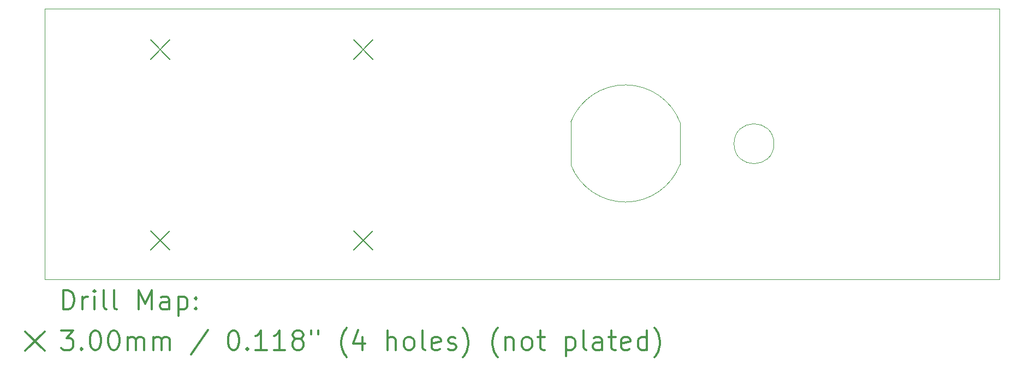
<source format=gbr>
%FSLAX45Y45*%
G04 Gerber Fmt 4.5, Leading zero omitted, Abs format (unit mm)*
G04 Created by KiCad (PCBNEW (5.1.6)-1) date 2025-04-19 10:29:02*
%MOMM*%
%LPD*%
G01*
G04 APERTURE LIST*
%TA.AperFunction,Profile*%
%ADD10C,0.050000*%
%TD*%
%ADD11C,0.200000*%
%ADD12C,0.300000*%
G04 APERTURE END LIST*
D10*
X15411450Y-9613900D02*
X15409837Y-8946519D01*
X17103763Y-9605562D02*
X17107255Y-8959850D01*
X17103763Y-9605562D02*
G75*
G02*
X15411450Y-9613900I-847763J321862D01*
G01*
X15409837Y-8946519D02*
G75*
G02*
X17107255Y-8959850I846163J-330831D01*
G01*
X18561050Y-9283700D02*
G75*
G03*
X18561050Y-9283700I-310000J0D01*
G01*
X7251700Y-7181850D02*
X7251700Y-11391900D01*
X22059900Y-7181850D02*
X7251700Y-7181850D01*
X22059900Y-11391900D02*
X22059900Y-7181850D01*
X7251700Y-11391900D02*
X22059900Y-11391900D01*
D11*
X8892200Y-7667750D02*
X9192200Y-7967750D01*
X9192200Y-7667750D02*
X8892200Y-7967750D01*
X8892200Y-10637750D02*
X9192200Y-10937750D01*
X9192200Y-10637750D02*
X8892200Y-10937750D01*
X12042200Y-7667750D02*
X12342200Y-7967750D01*
X12342200Y-7667750D02*
X12042200Y-7967750D01*
X12042200Y-10637750D02*
X12342200Y-10937750D01*
X12342200Y-10637750D02*
X12042200Y-10937750D01*
D12*
X7535628Y-11860114D02*
X7535628Y-11560114D01*
X7607057Y-11560114D01*
X7649914Y-11574400D01*
X7678486Y-11602971D01*
X7692771Y-11631543D01*
X7707057Y-11688686D01*
X7707057Y-11731543D01*
X7692771Y-11788686D01*
X7678486Y-11817257D01*
X7649914Y-11845829D01*
X7607057Y-11860114D01*
X7535628Y-11860114D01*
X7835628Y-11860114D02*
X7835628Y-11660114D01*
X7835628Y-11717257D02*
X7849914Y-11688686D01*
X7864200Y-11674400D01*
X7892771Y-11660114D01*
X7921343Y-11660114D01*
X8021343Y-11860114D02*
X8021343Y-11660114D01*
X8021343Y-11560114D02*
X8007057Y-11574400D01*
X8021343Y-11588686D01*
X8035628Y-11574400D01*
X8021343Y-11560114D01*
X8021343Y-11588686D01*
X8207057Y-11860114D02*
X8178486Y-11845829D01*
X8164200Y-11817257D01*
X8164200Y-11560114D01*
X8364200Y-11860114D02*
X8335628Y-11845829D01*
X8321343Y-11817257D01*
X8321343Y-11560114D01*
X8707057Y-11860114D02*
X8707057Y-11560114D01*
X8807057Y-11774400D01*
X8907057Y-11560114D01*
X8907057Y-11860114D01*
X9178486Y-11860114D02*
X9178486Y-11702971D01*
X9164200Y-11674400D01*
X9135628Y-11660114D01*
X9078486Y-11660114D01*
X9049914Y-11674400D01*
X9178486Y-11845829D02*
X9149914Y-11860114D01*
X9078486Y-11860114D01*
X9049914Y-11845829D01*
X9035628Y-11817257D01*
X9035628Y-11788686D01*
X9049914Y-11760114D01*
X9078486Y-11745829D01*
X9149914Y-11745829D01*
X9178486Y-11731543D01*
X9321343Y-11660114D02*
X9321343Y-11960114D01*
X9321343Y-11674400D02*
X9349914Y-11660114D01*
X9407057Y-11660114D01*
X9435628Y-11674400D01*
X9449914Y-11688686D01*
X9464200Y-11717257D01*
X9464200Y-11802971D01*
X9449914Y-11831543D01*
X9435628Y-11845829D01*
X9407057Y-11860114D01*
X9349914Y-11860114D01*
X9321343Y-11845829D01*
X9592771Y-11831543D02*
X9607057Y-11845829D01*
X9592771Y-11860114D01*
X9578486Y-11845829D01*
X9592771Y-11831543D01*
X9592771Y-11860114D01*
X9592771Y-11674400D02*
X9607057Y-11688686D01*
X9592771Y-11702971D01*
X9578486Y-11688686D01*
X9592771Y-11674400D01*
X9592771Y-11702971D01*
X6949200Y-12204400D02*
X7249200Y-12504400D01*
X7249200Y-12204400D02*
X6949200Y-12504400D01*
X7507057Y-12190114D02*
X7692771Y-12190114D01*
X7592771Y-12304400D01*
X7635628Y-12304400D01*
X7664200Y-12318686D01*
X7678486Y-12332971D01*
X7692771Y-12361543D01*
X7692771Y-12432971D01*
X7678486Y-12461543D01*
X7664200Y-12475829D01*
X7635628Y-12490114D01*
X7549914Y-12490114D01*
X7521343Y-12475829D01*
X7507057Y-12461543D01*
X7821343Y-12461543D02*
X7835628Y-12475829D01*
X7821343Y-12490114D01*
X7807057Y-12475829D01*
X7821343Y-12461543D01*
X7821343Y-12490114D01*
X8021343Y-12190114D02*
X8049914Y-12190114D01*
X8078486Y-12204400D01*
X8092771Y-12218686D01*
X8107057Y-12247257D01*
X8121343Y-12304400D01*
X8121343Y-12375829D01*
X8107057Y-12432971D01*
X8092771Y-12461543D01*
X8078486Y-12475829D01*
X8049914Y-12490114D01*
X8021343Y-12490114D01*
X7992771Y-12475829D01*
X7978486Y-12461543D01*
X7964200Y-12432971D01*
X7949914Y-12375829D01*
X7949914Y-12304400D01*
X7964200Y-12247257D01*
X7978486Y-12218686D01*
X7992771Y-12204400D01*
X8021343Y-12190114D01*
X8307057Y-12190114D02*
X8335628Y-12190114D01*
X8364200Y-12204400D01*
X8378486Y-12218686D01*
X8392771Y-12247257D01*
X8407057Y-12304400D01*
X8407057Y-12375829D01*
X8392771Y-12432971D01*
X8378486Y-12461543D01*
X8364200Y-12475829D01*
X8335628Y-12490114D01*
X8307057Y-12490114D01*
X8278486Y-12475829D01*
X8264200Y-12461543D01*
X8249914Y-12432971D01*
X8235628Y-12375829D01*
X8235628Y-12304400D01*
X8249914Y-12247257D01*
X8264200Y-12218686D01*
X8278486Y-12204400D01*
X8307057Y-12190114D01*
X8535628Y-12490114D02*
X8535628Y-12290114D01*
X8535628Y-12318686D02*
X8549914Y-12304400D01*
X8578486Y-12290114D01*
X8621343Y-12290114D01*
X8649914Y-12304400D01*
X8664200Y-12332971D01*
X8664200Y-12490114D01*
X8664200Y-12332971D02*
X8678486Y-12304400D01*
X8707057Y-12290114D01*
X8749914Y-12290114D01*
X8778486Y-12304400D01*
X8792771Y-12332971D01*
X8792771Y-12490114D01*
X8935628Y-12490114D02*
X8935628Y-12290114D01*
X8935628Y-12318686D02*
X8949914Y-12304400D01*
X8978486Y-12290114D01*
X9021343Y-12290114D01*
X9049914Y-12304400D01*
X9064200Y-12332971D01*
X9064200Y-12490114D01*
X9064200Y-12332971D02*
X9078486Y-12304400D01*
X9107057Y-12290114D01*
X9149914Y-12290114D01*
X9178486Y-12304400D01*
X9192771Y-12332971D01*
X9192771Y-12490114D01*
X9778486Y-12175829D02*
X9521343Y-12561543D01*
X10164200Y-12190114D02*
X10192771Y-12190114D01*
X10221343Y-12204400D01*
X10235628Y-12218686D01*
X10249914Y-12247257D01*
X10264200Y-12304400D01*
X10264200Y-12375829D01*
X10249914Y-12432971D01*
X10235628Y-12461543D01*
X10221343Y-12475829D01*
X10192771Y-12490114D01*
X10164200Y-12490114D01*
X10135628Y-12475829D01*
X10121343Y-12461543D01*
X10107057Y-12432971D01*
X10092771Y-12375829D01*
X10092771Y-12304400D01*
X10107057Y-12247257D01*
X10121343Y-12218686D01*
X10135628Y-12204400D01*
X10164200Y-12190114D01*
X10392771Y-12461543D02*
X10407057Y-12475829D01*
X10392771Y-12490114D01*
X10378486Y-12475829D01*
X10392771Y-12461543D01*
X10392771Y-12490114D01*
X10692771Y-12490114D02*
X10521343Y-12490114D01*
X10607057Y-12490114D02*
X10607057Y-12190114D01*
X10578486Y-12232971D01*
X10549914Y-12261543D01*
X10521343Y-12275829D01*
X10978486Y-12490114D02*
X10807057Y-12490114D01*
X10892771Y-12490114D02*
X10892771Y-12190114D01*
X10864200Y-12232971D01*
X10835628Y-12261543D01*
X10807057Y-12275829D01*
X11149914Y-12318686D02*
X11121343Y-12304400D01*
X11107057Y-12290114D01*
X11092771Y-12261543D01*
X11092771Y-12247257D01*
X11107057Y-12218686D01*
X11121343Y-12204400D01*
X11149914Y-12190114D01*
X11207057Y-12190114D01*
X11235628Y-12204400D01*
X11249914Y-12218686D01*
X11264200Y-12247257D01*
X11264200Y-12261543D01*
X11249914Y-12290114D01*
X11235628Y-12304400D01*
X11207057Y-12318686D01*
X11149914Y-12318686D01*
X11121343Y-12332971D01*
X11107057Y-12347257D01*
X11092771Y-12375829D01*
X11092771Y-12432971D01*
X11107057Y-12461543D01*
X11121343Y-12475829D01*
X11149914Y-12490114D01*
X11207057Y-12490114D01*
X11235628Y-12475829D01*
X11249914Y-12461543D01*
X11264200Y-12432971D01*
X11264200Y-12375829D01*
X11249914Y-12347257D01*
X11235628Y-12332971D01*
X11207057Y-12318686D01*
X11378486Y-12190114D02*
X11378486Y-12247257D01*
X11492771Y-12190114D02*
X11492771Y-12247257D01*
X11935628Y-12604400D02*
X11921343Y-12590114D01*
X11892771Y-12547257D01*
X11878486Y-12518686D01*
X11864200Y-12475829D01*
X11849914Y-12404400D01*
X11849914Y-12347257D01*
X11864200Y-12275829D01*
X11878486Y-12232971D01*
X11892771Y-12204400D01*
X11921343Y-12161543D01*
X11935628Y-12147257D01*
X12178486Y-12290114D02*
X12178486Y-12490114D01*
X12107057Y-12175829D02*
X12035628Y-12390114D01*
X12221343Y-12390114D01*
X12564200Y-12490114D02*
X12564200Y-12190114D01*
X12692771Y-12490114D02*
X12692771Y-12332971D01*
X12678486Y-12304400D01*
X12649914Y-12290114D01*
X12607057Y-12290114D01*
X12578486Y-12304400D01*
X12564200Y-12318686D01*
X12878486Y-12490114D02*
X12849914Y-12475829D01*
X12835628Y-12461543D01*
X12821343Y-12432971D01*
X12821343Y-12347257D01*
X12835628Y-12318686D01*
X12849914Y-12304400D01*
X12878486Y-12290114D01*
X12921343Y-12290114D01*
X12949914Y-12304400D01*
X12964200Y-12318686D01*
X12978486Y-12347257D01*
X12978486Y-12432971D01*
X12964200Y-12461543D01*
X12949914Y-12475829D01*
X12921343Y-12490114D01*
X12878486Y-12490114D01*
X13149914Y-12490114D02*
X13121343Y-12475829D01*
X13107057Y-12447257D01*
X13107057Y-12190114D01*
X13378486Y-12475829D02*
X13349914Y-12490114D01*
X13292771Y-12490114D01*
X13264200Y-12475829D01*
X13249914Y-12447257D01*
X13249914Y-12332971D01*
X13264200Y-12304400D01*
X13292771Y-12290114D01*
X13349914Y-12290114D01*
X13378486Y-12304400D01*
X13392771Y-12332971D01*
X13392771Y-12361543D01*
X13249914Y-12390114D01*
X13507057Y-12475829D02*
X13535628Y-12490114D01*
X13592771Y-12490114D01*
X13621343Y-12475829D01*
X13635628Y-12447257D01*
X13635628Y-12432971D01*
X13621343Y-12404400D01*
X13592771Y-12390114D01*
X13549914Y-12390114D01*
X13521343Y-12375829D01*
X13507057Y-12347257D01*
X13507057Y-12332971D01*
X13521343Y-12304400D01*
X13549914Y-12290114D01*
X13592771Y-12290114D01*
X13621343Y-12304400D01*
X13735628Y-12604400D02*
X13749914Y-12590114D01*
X13778486Y-12547257D01*
X13792771Y-12518686D01*
X13807057Y-12475829D01*
X13821343Y-12404400D01*
X13821343Y-12347257D01*
X13807057Y-12275829D01*
X13792771Y-12232971D01*
X13778486Y-12204400D01*
X13749914Y-12161543D01*
X13735628Y-12147257D01*
X14278486Y-12604400D02*
X14264200Y-12590114D01*
X14235628Y-12547257D01*
X14221343Y-12518686D01*
X14207057Y-12475829D01*
X14192771Y-12404400D01*
X14192771Y-12347257D01*
X14207057Y-12275829D01*
X14221343Y-12232971D01*
X14235628Y-12204400D01*
X14264200Y-12161543D01*
X14278486Y-12147257D01*
X14392771Y-12290114D02*
X14392771Y-12490114D01*
X14392771Y-12318686D02*
X14407057Y-12304400D01*
X14435628Y-12290114D01*
X14478486Y-12290114D01*
X14507057Y-12304400D01*
X14521343Y-12332971D01*
X14521343Y-12490114D01*
X14707057Y-12490114D02*
X14678486Y-12475829D01*
X14664200Y-12461543D01*
X14649914Y-12432971D01*
X14649914Y-12347257D01*
X14664200Y-12318686D01*
X14678486Y-12304400D01*
X14707057Y-12290114D01*
X14749914Y-12290114D01*
X14778486Y-12304400D01*
X14792771Y-12318686D01*
X14807057Y-12347257D01*
X14807057Y-12432971D01*
X14792771Y-12461543D01*
X14778486Y-12475829D01*
X14749914Y-12490114D01*
X14707057Y-12490114D01*
X14892771Y-12290114D02*
X15007057Y-12290114D01*
X14935628Y-12190114D02*
X14935628Y-12447257D01*
X14949914Y-12475829D01*
X14978486Y-12490114D01*
X15007057Y-12490114D01*
X15335628Y-12290114D02*
X15335628Y-12590114D01*
X15335628Y-12304400D02*
X15364200Y-12290114D01*
X15421343Y-12290114D01*
X15449914Y-12304400D01*
X15464200Y-12318686D01*
X15478486Y-12347257D01*
X15478486Y-12432971D01*
X15464200Y-12461543D01*
X15449914Y-12475829D01*
X15421343Y-12490114D01*
X15364200Y-12490114D01*
X15335628Y-12475829D01*
X15649914Y-12490114D02*
X15621343Y-12475829D01*
X15607057Y-12447257D01*
X15607057Y-12190114D01*
X15892771Y-12490114D02*
X15892771Y-12332971D01*
X15878486Y-12304400D01*
X15849914Y-12290114D01*
X15792771Y-12290114D01*
X15764200Y-12304400D01*
X15892771Y-12475829D02*
X15864200Y-12490114D01*
X15792771Y-12490114D01*
X15764200Y-12475829D01*
X15749914Y-12447257D01*
X15749914Y-12418686D01*
X15764200Y-12390114D01*
X15792771Y-12375829D01*
X15864200Y-12375829D01*
X15892771Y-12361543D01*
X15992771Y-12290114D02*
X16107057Y-12290114D01*
X16035628Y-12190114D02*
X16035628Y-12447257D01*
X16049914Y-12475829D01*
X16078486Y-12490114D01*
X16107057Y-12490114D01*
X16321343Y-12475829D02*
X16292771Y-12490114D01*
X16235628Y-12490114D01*
X16207057Y-12475829D01*
X16192771Y-12447257D01*
X16192771Y-12332971D01*
X16207057Y-12304400D01*
X16235628Y-12290114D01*
X16292771Y-12290114D01*
X16321343Y-12304400D01*
X16335628Y-12332971D01*
X16335628Y-12361543D01*
X16192771Y-12390114D01*
X16592771Y-12490114D02*
X16592771Y-12190114D01*
X16592771Y-12475829D02*
X16564200Y-12490114D01*
X16507057Y-12490114D01*
X16478486Y-12475829D01*
X16464200Y-12461543D01*
X16449914Y-12432971D01*
X16449914Y-12347257D01*
X16464200Y-12318686D01*
X16478486Y-12304400D01*
X16507057Y-12290114D01*
X16564200Y-12290114D01*
X16592771Y-12304400D01*
X16707057Y-12604400D02*
X16721343Y-12590114D01*
X16749914Y-12547257D01*
X16764200Y-12518686D01*
X16778486Y-12475829D01*
X16792771Y-12404400D01*
X16792771Y-12347257D01*
X16778486Y-12275829D01*
X16764200Y-12232971D01*
X16749914Y-12204400D01*
X16721343Y-12161543D01*
X16707057Y-12147257D01*
M02*

</source>
